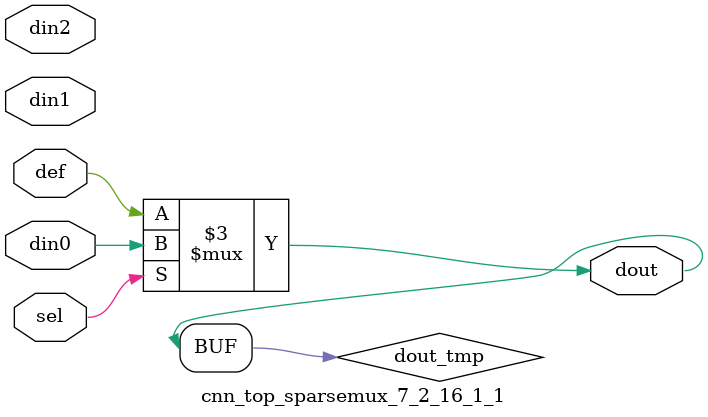
<source format=v>
`timescale 1ns / 1ps

module cnn_top_sparsemux_7_2_16_1_1 (din0,din1,din2,def,sel,dout);

parameter din0_WIDTH = 1;

parameter din1_WIDTH = 1;

parameter din2_WIDTH = 1;

parameter def_WIDTH = 1;
parameter sel_WIDTH = 1;
parameter dout_WIDTH = 1;

parameter [sel_WIDTH-1:0] CASE0 = 1;

parameter [sel_WIDTH-1:0] CASE1 = 1;

parameter [sel_WIDTH-1:0] CASE2 = 1;

parameter ID = 1;
parameter NUM_STAGE = 1;



input [din0_WIDTH-1:0] din0;

input [din1_WIDTH-1:0] din1;

input [din2_WIDTH-1:0] din2;

input [def_WIDTH-1:0] def;
input [sel_WIDTH-1:0] sel;

output [dout_WIDTH-1:0] dout;



reg [dout_WIDTH-1:0] dout_tmp;


always @ (*) begin
(* parallel_case *) case (sel)
    
    CASE0 : dout_tmp = din0;
    
    CASE1 : dout_tmp = din1;
    
    CASE2 : dout_tmp = din2;
    
    default : dout_tmp = def;
endcase
end


assign dout = dout_tmp;



endmodule

</source>
